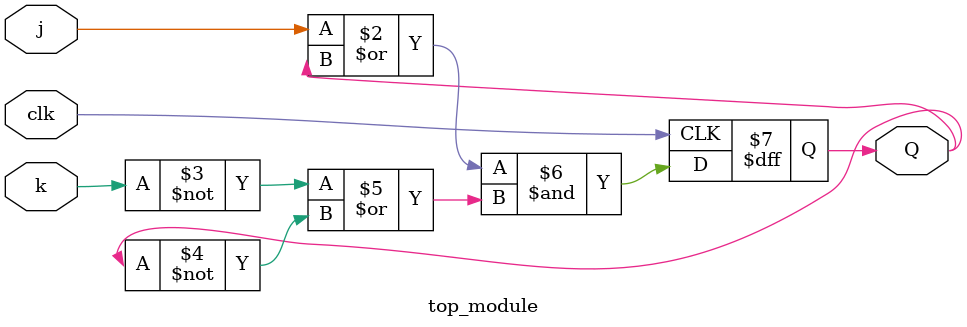
<source format=v>
module top_module (
    input clk,
    input j,
    input k,
    output Q); 
    always @(posedge clk)
        Q <= (j | Q) & ( ~k | ~Q );
endmodule

// Learn topic creating a FF using another FF. If a inner FF is D-FF then Output will be same as Output expession (SOP/POS) of outer FF.

</source>
